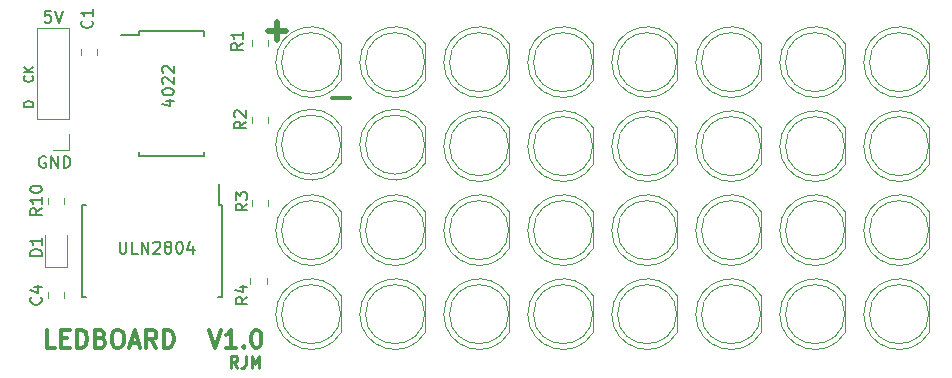
<source format=gbr>
G04 #@! TF.GenerationSoftware,KiCad,Pcbnew,5.0.2+dfsg1-1*
G04 #@! TF.CreationDate,2019-01-13T01:33:18+00:00*
G04 #@! TF.ProjectId,led_matrix_v1,6c65645f-6d61-4747-9269-785f76312e6b,rev?*
G04 #@! TF.SameCoordinates,Original*
G04 #@! TF.FileFunction,Legend,Top*
G04 #@! TF.FilePolarity,Positive*
%FSLAX46Y46*%
G04 Gerber Fmt 4.6, Leading zero omitted, Abs format (unit mm)*
G04 Created by KiCad (PCBNEW 5.0.2+dfsg1-1) date Sun 13 Jan 2019 01:33:18 GMT*
%MOMM*%
%LPD*%
G01*
G04 APERTURE LIST*
%ADD10C,0.250000*%
%ADD11C,0.300000*%
%ADD12C,0.200000*%
%ADD13C,0.120000*%
%ADD14C,0.150000*%
%ADD15C,0.500000*%
G04 APERTURE END LIST*
D10*
X134739142Y-113482380D02*
X134405809Y-113006190D01*
X134167714Y-113482380D02*
X134167714Y-112482380D01*
X134548666Y-112482380D01*
X134643904Y-112530000D01*
X134691523Y-112577619D01*
X134739142Y-112672857D01*
X134739142Y-112815714D01*
X134691523Y-112910952D01*
X134643904Y-112958571D01*
X134548666Y-113006190D01*
X134167714Y-113006190D01*
X135453428Y-112482380D02*
X135453428Y-113196666D01*
X135405809Y-113339523D01*
X135310571Y-113434761D01*
X135167714Y-113482380D01*
X135072476Y-113482380D01*
X135929619Y-113482380D02*
X135929619Y-112482380D01*
X136262952Y-113196666D01*
X136596285Y-112482380D01*
X136596285Y-113482380D01*
D11*
X132334285Y-110303571D02*
X132834285Y-111803571D01*
X133334285Y-110303571D01*
X134620000Y-111803571D02*
X133762857Y-111803571D01*
X134191428Y-111803571D02*
X134191428Y-110303571D01*
X134048571Y-110517857D01*
X133905714Y-110660714D01*
X133762857Y-110732142D01*
X135262857Y-111660714D02*
X135334285Y-111732142D01*
X135262857Y-111803571D01*
X135191428Y-111732142D01*
X135262857Y-111660714D01*
X135262857Y-111803571D01*
X136262857Y-110303571D02*
X136405714Y-110303571D01*
X136548571Y-110375000D01*
X136620000Y-110446428D01*
X136691428Y-110589285D01*
X136762857Y-110875000D01*
X136762857Y-111232142D01*
X136691428Y-111517857D01*
X136620000Y-111660714D01*
X136548571Y-111732142D01*
X136405714Y-111803571D01*
X136262857Y-111803571D01*
X136120000Y-111732142D01*
X136048571Y-111660714D01*
X135977142Y-111517857D01*
X135905714Y-111232142D01*
X135905714Y-110875000D01*
X135977142Y-110589285D01*
X136048571Y-110446428D01*
X136120000Y-110375000D01*
X136262857Y-110303571D01*
X119309142Y-111803571D02*
X118594857Y-111803571D01*
X118594857Y-110303571D01*
X119809142Y-111017857D02*
X120309142Y-111017857D01*
X120523428Y-111803571D02*
X119809142Y-111803571D01*
X119809142Y-110303571D01*
X120523428Y-110303571D01*
X121166285Y-111803571D02*
X121166285Y-110303571D01*
X121523428Y-110303571D01*
X121737714Y-110375000D01*
X121880571Y-110517857D01*
X121952000Y-110660714D01*
X122023428Y-110946428D01*
X122023428Y-111160714D01*
X121952000Y-111446428D01*
X121880571Y-111589285D01*
X121737714Y-111732142D01*
X121523428Y-111803571D01*
X121166285Y-111803571D01*
X123166285Y-111017857D02*
X123380571Y-111089285D01*
X123452000Y-111160714D01*
X123523428Y-111303571D01*
X123523428Y-111517857D01*
X123452000Y-111660714D01*
X123380571Y-111732142D01*
X123237714Y-111803571D01*
X122666285Y-111803571D01*
X122666285Y-110303571D01*
X123166285Y-110303571D01*
X123309142Y-110375000D01*
X123380571Y-110446428D01*
X123452000Y-110589285D01*
X123452000Y-110732142D01*
X123380571Y-110875000D01*
X123309142Y-110946428D01*
X123166285Y-111017857D01*
X122666285Y-111017857D01*
X124452000Y-110303571D02*
X124737714Y-110303571D01*
X124880571Y-110375000D01*
X125023428Y-110517857D01*
X125094857Y-110803571D01*
X125094857Y-111303571D01*
X125023428Y-111589285D01*
X124880571Y-111732142D01*
X124737714Y-111803571D01*
X124452000Y-111803571D01*
X124309142Y-111732142D01*
X124166285Y-111589285D01*
X124094857Y-111303571D01*
X124094857Y-110803571D01*
X124166285Y-110517857D01*
X124309142Y-110375000D01*
X124452000Y-110303571D01*
X125666285Y-111375000D02*
X126380571Y-111375000D01*
X125523428Y-111803571D02*
X126023428Y-110303571D01*
X126523428Y-111803571D01*
X127880571Y-111803571D02*
X127380571Y-111089285D01*
X127023428Y-111803571D02*
X127023428Y-110303571D01*
X127594857Y-110303571D01*
X127737714Y-110375000D01*
X127809142Y-110446428D01*
X127880571Y-110589285D01*
X127880571Y-110803571D01*
X127809142Y-110946428D01*
X127737714Y-111017857D01*
X127594857Y-111089285D01*
X127023428Y-111089285D01*
X128523428Y-111803571D02*
X128523428Y-110303571D01*
X128880571Y-110303571D01*
X129094857Y-110375000D01*
X129237714Y-110517857D01*
X129309142Y-110660714D01*
X129380571Y-110946428D01*
X129380571Y-111160714D01*
X129309142Y-111446428D01*
X129237714Y-111589285D01*
X129094857Y-111732142D01*
X128880571Y-111803571D01*
X128523428Y-111803571D01*
D12*
X117379714Y-88798380D02*
X117417809Y-88836476D01*
X117455904Y-88950761D01*
X117455904Y-89026952D01*
X117417809Y-89141238D01*
X117341619Y-89217428D01*
X117265428Y-89255523D01*
X117113047Y-89293619D01*
X116998761Y-89293619D01*
X116846380Y-89255523D01*
X116770190Y-89217428D01*
X116694000Y-89141238D01*
X116655904Y-89026952D01*
X116655904Y-88950761D01*
X116694000Y-88836476D01*
X116732095Y-88798380D01*
X117455904Y-88455523D02*
X116655904Y-88455523D01*
X117455904Y-87998380D02*
X116998761Y-88341238D01*
X116655904Y-87998380D02*
X117113047Y-88455523D01*
X117455904Y-91395523D02*
X116655904Y-91395523D01*
X116655904Y-91205047D01*
X116694000Y-91090761D01*
X116770190Y-91014571D01*
X116846380Y-90976476D01*
X116998761Y-90938380D01*
X117113047Y-90938380D01*
X117265428Y-90976476D01*
X117341619Y-91014571D01*
X117417809Y-91090761D01*
X117455904Y-91205047D01*
X117455904Y-91395523D01*
X118935523Y-83272380D02*
X118459333Y-83272380D01*
X118411714Y-83748571D01*
X118459333Y-83700952D01*
X118554571Y-83653333D01*
X118792666Y-83653333D01*
X118887904Y-83700952D01*
X118935523Y-83748571D01*
X118983142Y-83843809D01*
X118983142Y-84081904D01*
X118935523Y-84177142D01*
X118887904Y-84224761D01*
X118792666Y-84272380D01*
X118554571Y-84272380D01*
X118459333Y-84224761D01*
X118411714Y-84177142D01*
X119268857Y-83272380D02*
X119602190Y-84272380D01*
X119935523Y-83272380D01*
X118491095Y-95639000D02*
X118395857Y-95591380D01*
X118253000Y-95591380D01*
X118110142Y-95639000D01*
X118014904Y-95734238D01*
X117967285Y-95829476D01*
X117919666Y-96019952D01*
X117919666Y-96162809D01*
X117967285Y-96353285D01*
X118014904Y-96448523D01*
X118110142Y-96543761D01*
X118253000Y-96591380D01*
X118348238Y-96591380D01*
X118491095Y-96543761D01*
X118538714Y-96496142D01*
X118538714Y-96162809D01*
X118348238Y-96162809D01*
X118967285Y-96591380D02*
X118967285Y-95591380D01*
X119538714Y-96591380D01*
X119538714Y-95591380D01*
X120014904Y-96591380D02*
X120014904Y-95591380D01*
X120253000Y-95591380D01*
X120395857Y-95639000D01*
X120491095Y-95734238D01*
X120538714Y-95829476D01*
X120586333Y-96019952D01*
X120586333Y-96162809D01*
X120538714Y-96353285D01*
X120491095Y-96448523D01*
X120395857Y-96543761D01*
X120253000Y-96591380D01*
X120014904Y-96591380D01*
D13*
G04 #@! TO.C,D11*
X152204000Y-108965538D02*
G75*
G03X157754000Y-110510830I2990000J-462D01*
G01*
X152204000Y-108966462D02*
G75*
G02X157754000Y-107421170I2990000J462D01*
G01*
X157694000Y-108966000D02*
G75*
G03X157694000Y-108966000I-2500000J0D01*
G01*
X157754000Y-110511000D02*
X157754000Y-107421000D01*
G04 #@! TO.C,D7*
X150642000Y-110511000D02*
X150642000Y-107421000D01*
X150582000Y-108966000D02*
G75*
G03X150582000Y-108966000I-2500000J0D01*
G01*
X145092000Y-108966462D02*
G75*
G02X150642000Y-107421170I2990000J462D01*
G01*
X145092000Y-108965538D02*
G75*
G03X150642000Y-110510830I2990000J-462D01*
G01*
G04 #@! TO.C,D2*
X143530000Y-96160000D02*
X143530000Y-93070000D01*
X143470000Y-94615000D02*
G75*
G03X143470000Y-94615000I-2500000J0D01*
G01*
X137980000Y-94615462D02*
G75*
G02X143530000Y-93070170I2990000J462D01*
G01*
X137980000Y-94614538D02*
G75*
G03X143530000Y-96159830I2990000J-462D01*
G01*
G04 #@! TO.C,D10*
X157754000Y-96287000D02*
X157754000Y-93197000D01*
X157694000Y-94742000D02*
G75*
G03X157694000Y-94742000I-2500000J0D01*
G01*
X152204000Y-94742462D02*
G75*
G02X157754000Y-93197170I2990000J462D01*
G01*
X152204000Y-94741538D02*
G75*
G03X157754000Y-96286830I2990000J-462D01*
G01*
D14*
G04 #@! TO.C,4022*
X126390000Y-85022000D02*
X126390000Y-85297000D01*
X131940000Y-85022000D02*
X131940000Y-85377000D01*
X131940000Y-95572000D02*
X131940000Y-95217000D01*
X126390000Y-95572000D02*
X126390000Y-95217000D01*
X126390000Y-85022000D02*
X131940000Y-85022000D01*
X126390000Y-95572000D02*
X131940000Y-95572000D01*
X126390000Y-85297000D02*
X124865000Y-85297000D01*
D13*
G04 #@! TO.C,C1*
X121464000Y-86482422D02*
X121464000Y-86999578D01*
X122884000Y-86482422D02*
X122884000Y-86999578D01*
G04 #@! TO.C,C4*
X118670000Y-107622078D02*
X118670000Y-107104922D01*
X120090000Y-107622078D02*
X120090000Y-107104922D01*
G04 #@! TO.C,D1*
X118420000Y-102299500D02*
X118420000Y-104984500D01*
X118420000Y-104984500D02*
X120340000Y-104984500D01*
X120340000Y-104984500D02*
X120340000Y-102299500D01*
G04 #@! TO.C,D3*
X137980000Y-108965538D02*
G75*
G03X143530000Y-110510830I2990000J-462D01*
G01*
X137980000Y-108966462D02*
G75*
G02X143530000Y-107421170I2990000J462D01*
G01*
X143470000Y-108966000D02*
G75*
G03X143470000Y-108966000I-2500000J0D01*
G01*
X143530000Y-110511000D02*
X143530000Y-107421000D01*
G04 #@! TO.C,*
X143530000Y-89175000D02*
X143530000Y-86085000D01*
X143470000Y-87630000D02*
G75*
G03X143470000Y-87630000I-2500000J0D01*
G01*
X137980000Y-87630462D02*
G75*
G02X143530000Y-86085170I2990000J462D01*
G01*
X137980000Y-87629538D02*
G75*
G03X143530000Y-89174830I2990000J-462D01*
G01*
G04 #@! TO.C,+*
X137980000Y-101853538D02*
G75*
G03X143530000Y-103398830I2990000J-462D01*
G01*
X137980000Y-101854462D02*
G75*
G02X143530000Y-100309170I2990000J462D01*
G01*
X143470000Y-101854000D02*
G75*
G03X143470000Y-101854000I-2500000J0D01*
G01*
X143530000Y-103399000D02*
X143530000Y-100309000D01*
G04 #@! TO.C,D6*
X145092000Y-94614538D02*
G75*
G03X150642000Y-96159830I2990000J-462D01*
G01*
X145092000Y-94615462D02*
G75*
G02X150642000Y-93070170I2990000J462D01*
G01*
X150582000Y-94615000D02*
G75*
G03X150582000Y-94615000I-2500000J0D01*
G01*
X150642000Y-96160000D02*
X150642000Y-93070000D01*
G04 #@! TO.C,D8*
X145092000Y-87629538D02*
G75*
G03X150642000Y-89174830I2990000J-462D01*
G01*
X145092000Y-87630462D02*
G75*
G02X150642000Y-86085170I2990000J462D01*
G01*
X150582000Y-87630000D02*
G75*
G03X150582000Y-87630000I-2500000J0D01*
G01*
X150642000Y-89175000D02*
X150642000Y-86085000D01*
G04 #@! TO.C,+*
X145092000Y-101853538D02*
G75*
G03X150642000Y-103398830I2990000J-462D01*
G01*
X145092000Y-101854462D02*
G75*
G02X150642000Y-100309170I2990000J462D01*
G01*
X150582000Y-101854000D02*
G75*
G03X150582000Y-101854000I-2500000J0D01*
G01*
X150642000Y-103399000D02*
X150642000Y-100309000D01*
G04 #@! TO.C,D12*
X157754000Y-89175000D02*
X157754000Y-86085000D01*
X157694000Y-87630000D02*
G75*
G03X157694000Y-87630000I-2500000J0D01*
G01*
X152204000Y-87630462D02*
G75*
G02X157754000Y-86085170I2990000J462D01*
G01*
X152204000Y-87629538D02*
G75*
G03X157754000Y-89174830I2990000J-462D01*
G01*
G04 #@! TO.C,D13*
X157754000Y-103399000D02*
X157754000Y-100309000D01*
X157694000Y-101854000D02*
G75*
G03X157694000Y-101854000I-2500000J0D01*
G01*
X152204000Y-101854462D02*
G75*
G02X157754000Y-100309170I2990000J462D01*
G01*
X152204000Y-101853538D02*
G75*
G03X157754000Y-103398830I2990000J-462D01*
G01*
G04 #@! TO.C,-*
X159316000Y-94741538D02*
G75*
G03X164866000Y-96286830I2990000J-462D01*
G01*
X159316000Y-94742462D02*
G75*
G02X164866000Y-93197170I2990000J462D01*
G01*
X164806000Y-94742000D02*
G75*
G03X164806000Y-94742000I-2500000J0D01*
G01*
X164866000Y-96287000D02*
X164866000Y-93197000D01*
G04 #@! TO.C,D15*
X164866000Y-110511000D02*
X164866000Y-107421000D01*
X164806000Y-108966000D02*
G75*
G03X164806000Y-108966000I-2500000J0D01*
G01*
X159316000Y-108966462D02*
G75*
G02X164866000Y-107421170I2990000J462D01*
G01*
X159316000Y-108965538D02*
G75*
G03X164866000Y-110510830I2990000J-462D01*
G01*
G04 #@! TO.C,D16*
X159316000Y-87629538D02*
G75*
G03X164866000Y-89174830I2990000J-462D01*
G01*
X159316000Y-87630462D02*
G75*
G02X164866000Y-86085170I2990000J462D01*
G01*
X164806000Y-87630000D02*
G75*
G03X164806000Y-87630000I-2500000J0D01*
G01*
X164866000Y-89175000D02*
X164866000Y-86085000D01*
G04 #@! TO.C,D17*
X164866000Y-103399000D02*
X164866000Y-100309000D01*
X164806000Y-101854000D02*
G75*
G03X164806000Y-101854000I-2500000J0D01*
G01*
X159316000Y-101854462D02*
G75*
G02X164866000Y-100309170I2990000J462D01*
G01*
X159316000Y-101853538D02*
G75*
G03X164866000Y-103398830I2990000J-462D01*
G01*
G04 #@! TO.C,D18*
X171978000Y-96287000D02*
X171978000Y-93197000D01*
X171918000Y-94742000D02*
G75*
G03X171918000Y-94742000I-2500000J0D01*
G01*
X166428000Y-94742462D02*
G75*
G02X171978000Y-93197170I2990000J462D01*
G01*
X166428000Y-94741538D02*
G75*
G03X171978000Y-96286830I2990000J-462D01*
G01*
G04 #@! TO.C,D19*
X166428000Y-108965538D02*
G75*
G03X171978000Y-110510830I2990000J-462D01*
G01*
X166428000Y-108966462D02*
G75*
G02X171978000Y-107421170I2990000J462D01*
G01*
X171918000Y-108966000D02*
G75*
G03X171918000Y-108966000I-2500000J0D01*
G01*
X171978000Y-110511000D02*
X171978000Y-107421000D01*
G04 #@! TO.C,D20*
X171978000Y-89175000D02*
X171978000Y-86085000D01*
X171918000Y-87630000D02*
G75*
G03X171918000Y-87630000I-2500000J0D01*
G01*
X166428000Y-87630462D02*
G75*
G02X171978000Y-86085170I2990000J462D01*
G01*
X166428000Y-87629538D02*
G75*
G03X171978000Y-89174830I2990000J-462D01*
G01*
G04 #@! TO.C,D21*
X166428000Y-101853538D02*
G75*
G03X171978000Y-103398830I2990000J-462D01*
G01*
X166428000Y-101854462D02*
G75*
G02X171978000Y-100309170I2990000J462D01*
G01*
X171918000Y-101854000D02*
G75*
G03X171918000Y-101854000I-2500000J0D01*
G01*
X171978000Y-103399000D02*
X171978000Y-100309000D01*
G04 #@! TO.C,D22*
X173540000Y-94741538D02*
G75*
G03X179090000Y-96286830I2990000J-462D01*
G01*
X173540000Y-94742462D02*
G75*
G02X179090000Y-93197170I2990000J462D01*
G01*
X179030000Y-94742000D02*
G75*
G03X179030000Y-94742000I-2500000J0D01*
G01*
X179090000Y-96287000D02*
X179090000Y-93197000D01*
G04 #@! TO.C,D23*
X179090000Y-110511000D02*
X179090000Y-107421000D01*
X179030000Y-108966000D02*
G75*
G03X179030000Y-108966000I-2500000J0D01*
G01*
X173540000Y-108966462D02*
G75*
G02X179090000Y-107421170I2990000J462D01*
G01*
X173540000Y-108965538D02*
G75*
G03X179090000Y-110510830I2990000J-462D01*
G01*
G04 #@! TO.C,D24*
X173540000Y-87629538D02*
G75*
G03X179090000Y-89174830I2990000J-462D01*
G01*
X173540000Y-87630462D02*
G75*
G02X179090000Y-86085170I2990000J462D01*
G01*
X179030000Y-87630000D02*
G75*
G03X179030000Y-87630000I-2500000J0D01*
G01*
X179090000Y-89175000D02*
X179090000Y-86085000D01*
G04 #@! TO.C,D25*
X179090000Y-103399000D02*
X179090000Y-100309000D01*
X179030000Y-101854000D02*
G75*
G03X179030000Y-101854000I-2500000J0D01*
G01*
X173540000Y-101854462D02*
G75*
G02X179090000Y-100309170I2990000J462D01*
G01*
X173540000Y-101853538D02*
G75*
G03X179090000Y-103398830I2990000J-462D01*
G01*
G04 #@! TO.C,D26*
X186202000Y-96287000D02*
X186202000Y-93197000D01*
X186142000Y-94742000D02*
G75*
G03X186142000Y-94742000I-2500000J0D01*
G01*
X180652000Y-94742462D02*
G75*
G02X186202000Y-93197170I2990000J462D01*
G01*
X180652000Y-94741538D02*
G75*
G03X186202000Y-96286830I2990000J-462D01*
G01*
G04 #@! TO.C,D27*
X180652000Y-108965538D02*
G75*
G03X186202000Y-110510830I2990000J-462D01*
G01*
X180652000Y-108966462D02*
G75*
G02X186202000Y-107421170I2990000J462D01*
G01*
X186142000Y-108966000D02*
G75*
G03X186142000Y-108966000I-2500000J0D01*
G01*
X186202000Y-110511000D02*
X186202000Y-107421000D01*
G04 #@! TO.C,D28*
X186202000Y-89175000D02*
X186202000Y-86085000D01*
X186142000Y-87630000D02*
G75*
G03X186142000Y-87630000I-2500000J0D01*
G01*
X180652000Y-87630462D02*
G75*
G02X186202000Y-86085170I2990000J462D01*
G01*
X180652000Y-87629538D02*
G75*
G03X186202000Y-89174830I2990000J-462D01*
G01*
G04 #@! TO.C,D29*
X180652000Y-101853538D02*
G75*
G03X186202000Y-103398830I2990000J-462D01*
G01*
X180652000Y-101854462D02*
G75*
G02X186202000Y-100309170I2990000J462D01*
G01*
X186142000Y-101854000D02*
G75*
G03X186142000Y-101854000I-2500000J0D01*
G01*
X186202000Y-103399000D02*
X186202000Y-100309000D01*
G04 #@! TO.C,D30*
X187764000Y-94741538D02*
G75*
G03X193314000Y-96286830I2990000J-462D01*
G01*
X187764000Y-94742462D02*
G75*
G02X193314000Y-93197170I2990000J462D01*
G01*
X193254000Y-94742000D02*
G75*
G03X193254000Y-94742000I-2500000J0D01*
G01*
X193314000Y-96287000D02*
X193314000Y-93197000D01*
G04 #@! TO.C,D31*
X193314000Y-110511000D02*
X193314000Y-107421000D01*
X193254000Y-108966000D02*
G75*
G03X193254000Y-108966000I-2500000J0D01*
G01*
X187764000Y-108966462D02*
G75*
G02X193314000Y-107421170I2990000J462D01*
G01*
X187764000Y-108965538D02*
G75*
G03X193314000Y-110510830I2990000J-462D01*
G01*
G04 #@! TO.C,D32*
X187764000Y-87629538D02*
G75*
G03X193314000Y-89174830I2990000J-462D01*
G01*
X187764000Y-87630462D02*
G75*
G02X193314000Y-86085170I2990000J462D01*
G01*
X193254000Y-87630000D02*
G75*
G03X193254000Y-87630000I-2500000J0D01*
G01*
X193314000Y-89175000D02*
X193314000Y-86085000D01*
G04 #@! TO.C,D33*
X193314000Y-103399000D02*
X193314000Y-100309000D01*
X193254000Y-101854000D02*
G75*
G03X193254000Y-101854000I-2500000J0D01*
G01*
X187764000Y-101854462D02*
G75*
G02X193314000Y-100309170I2990000J462D01*
G01*
X187764000Y-101853538D02*
G75*
G03X193314000Y-103398830I2990000J-462D01*
G01*
G04 #@! TO.C,J1*
X120456000Y-84776000D02*
X117796000Y-84776000D01*
X120456000Y-92456000D02*
X120456000Y-84776000D01*
X117796000Y-92456000D02*
X117796000Y-84776000D01*
X120456000Y-92456000D02*
X117796000Y-92456000D01*
X120456000Y-93726000D02*
X120456000Y-95056000D01*
X120456000Y-95056000D02*
X119126000Y-95056000D01*
G04 #@! TO.C,R1*
X135942000Y-85768922D02*
X135942000Y-86286078D01*
X137362000Y-85768922D02*
X137362000Y-86286078D01*
G04 #@! TO.C,R4*
X137235000Y-106382078D02*
X137235000Y-105864922D01*
X135815000Y-106382078D02*
X135815000Y-105864922D01*
G04 #@! TO.C,R2*
X135942000Y-92763078D02*
X135942000Y-92245922D01*
X137362000Y-92763078D02*
X137362000Y-92245922D01*
G04 #@! TO.C,R3*
X135942000Y-99309422D02*
X135942000Y-99826578D01*
X137362000Y-99309422D02*
X137362000Y-99826578D01*
G04 #@! TO.C,R10*
X120090000Y-99103922D02*
X120090000Y-99621078D01*
X118670000Y-99103922D02*
X118670000Y-99621078D01*
D14*
G04 #@! TO.C,ULN2804*
X133458000Y-99757000D02*
X133208000Y-99757000D01*
X133458000Y-107507000D02*
X133113000Y-107507000D01*
X121558000Y-107507000D02*
X121903000Y-107507000D01*
X121558000Y-99757000D02*
X121903000Y-99757000D01*
X133458000Y-99757000D02*
X133458000Y-107507000D01*
X121558000Y-99757000D02*
X121558000Y-107507000D01*
X133208000Y-99757000D02*
X133208000Y-97932000D01*
G04 #@! TO.C,4022*
X128690714Y-90900095D02*
X129357380Y-90900095D01*
X128309761Y-91138190D02*
X129024047Y-91376285D01*
X129024047Y-90757238D01*
X128357380Y-90185809D02*
X128357380Y-90090571D01*
X128405000Y-89995333D01*
X128452619Y-89947714D01*
X128547857Y-89900095D01*
X128738333Y-89852476D01*
X128976428Y-89852476D01*
X129166904Y-89900095D01*
X129262142Y-89947714D01*
X129309761Y-89995333D01*
X129357380Y-90090571D01*
X129357380Y-90185809D01*
X129309761Y-90281047D01*
X129262142Y-90328666D01*
X129166904Y-90376285D01*
X128976428Y-90423904D01*
X128738333Y-90423904D01*
X128547857Y-90376285D01*
X128452619Y-90328666D01*
X128405000Y-90281047D01*
X128357380Y-90185809D01*
X128452619Y-89471523D02*
X128405000Y-89423904D01*
X128357380Y-89328666D01*
X128357380Y-89090571D01*
X128405000Y-88995333D01*
X128452619Y-88947714D01*
X128547857Y-88900095D01*
X128643095Y-88900095D01*
X128785952Y-88947714D01*
X129357380Y-89519142D01*
X129357380Y-88900095D01*
X128452619Y-88519142D02*
X128405000Y-88471523D01*
X128357380Y-88376285D01*
X128357380Y-88138190D01*
X128405000Y-88042952D01*
X128452619Y-87995333D01*
X128547857Y-87947714D01*
X128643095Y-87947714D01*
X128785952Y-87995333D01*
X129357380Y-88566761D01*
X129357380Y-87947714D01*
G04 #@! TO.C,C1*
X122404142Y-84113666D02*
X122451761Y-84161285D01*
X122499380Y-84304142D01*
X122499380Y-84399380D01*
X122451761Y-84542238D01*
X122356523Y-84637476D01*
X122261285Y-84685095D01*
X122070809Y-84732714D01*
X121927952Y-84732714D01*
X121737476Y-84685095D01*
X121642238Y-84637476D01*
X121547000Y-84542238D01*
X121499380Y-84399380D01*
X121499380Y-84304142D01*
X121547000Y-84161285D01*
X121594619Y-84113666D01*
X122499380Y-83161285D02*
X122499380Y-83732714D01*
X122499380Y-83447000D02*
X121499380Y-83447000D01*
X121642238Y-83542238D01*
X121737476Y-83637476D01*
X121785095Y-83732714D01*
G04 #@! TO.C,C4*
X118087142Y-107530166D02*
X118134761Y-107577785D01*
X118182380Y-107720642D01*
X118182380Y-107815880D01*
X118134761Y-107958738D01*
X118039523Y-108053976D01*
X117944285Y-108101595D01*
X117753809Y-108149214D01*
X117610952Y-108149214D01*
X117420476Y-108101595D01*
X117325238Y-108053976D01*
X117230000Y-107958738D01*
X117182380Y-107815880D01*
X117182380Y-107720642D01*
X117230000Y-107577785D01*
X117277619Y-107530166D01*
X117515714Y-106673023D02*
X118182380Y-106673023D01*
X117134761Y-106911119D02*
X117849047Y-107149214D01*
X117849047Y-106530166D01*
G04 #@! TO.C,D1*
X118182380Y-104037595D02*
X117182380Y-104037595D01*
X117182380Y-103799500D01*
X117230000Y-103656642D01*
X117325238Y-103561404D01*
X117420476Y-103513785D01*
X117610952Y-103466166D01*
X117753809Y-103466166D01*
X117944285Y-103513785D01*
X118039523Y-103561404D01*
X118134761Y-103656642D01*
X118182380Y-103799500D01*
X118182380Y-104037595D01*
X118182380Y-102513785D02*
X118182380Y-103085214D01*
X118182380Y-102799500D02*
X117182380Y-102799500D01*
X117325238Y-102894738D01*
X117420476Y-102989976D01*
X117468095Y-103085214D01*
G04 #@! TO.C,+*
D15*
X137287095Y-84978857D02*
X138810904Y-84978857D01*
X138049000Y-85740761D02*
X138049000Y-84216952D01*
G04 #@! TO.C,-*
D11*
X142748095Y-90693857D02*
X144271904Y-90693857D01*
G04 #@! TO.C,R1*
D14*
X135199380Y-86018666D02*
X134723190Y-86352000D01*
X135199380Y-86590095D02*
X134199380Y-86590095D01*
X134199380Y-86209142D01*
X134247000Y-86113904D01*
X134294619Y-86066285D01*
X134389857Y-86018666D01*
X134532714Y-86018666D01*
X134627952Y-86066285D01*
X134675571Y-86113904D01*
X134723190Y-86209142D01*
X134723190Y-86590095D01*
X135199380Y-85066285D02*
X135199380Y-85637714D01*
X135199380Y-85352000D02*
X134199380Y-85352000D01*
X134342238Y-85447238D01*
X134437476Y-85542476D01*
X134485095Y-85637714D01*
G04 #@! TO.C,R4*
X135580380Y-107511666D02*
X135104190Y-107845000D01*
X135580380Y-108083095D02*
X134580380Y-108083095D01*
X134580380Y-107702142D01*
X134628000Y-107606904D01*
X134675619Y-107559285D01*
X134770857Y-107511666D01*
X134913714Y-107511666D01*
X135008952Y-107559285D01*
X135056571Y-107606904D01*
X135104190Y-107702142D01*
X135104190Y-108083095D01*
X134913714Y-106654523D02*
X135580380Y-106654523D01*
X134532761Y-106892619D02*
X135247047Y-107130714D01*
X135247047Y-106511666D01*
G04 #@! TO.C,R2*
X135454380Y-92671166D02*
X134978190Y-93004500D01*
X135454380Y-93242595D02*
X134454380Y-93242595D01*
X134454380Y-92861642D01*
X134502000Y-92766404D01*
X134549619Y-92718785D01*
X134644857Y-92671166D01*
X134787714Y-92671166D01*
X134882952Y-92718785D01*
X134930571Y-92766404D01*
X134978190Y-92861642D01*
X134978190Y-93242595D01*
X134549619Y-92290214D02*
X134502000Y-92242595D01*
X134454380Y-92147357D01*
X134454380Y-91909261D01*
X134502000Y-91814023D01*
X134549619Y-91766404D01*
X134644857Y-91718785D01*
X134740095Y-91718785D01*
X134882952Y-91766404D01*
X135454380Y-92337833D01*
X135454380Y-91718785D01*
G04 #@! TO.C,R3*
X135580380Y-99607666D02*
X135104190Y-99941000D01*
X135580380Y-100179095D02*
X134580380Y-100179095D01*
X134580380Y-99798142D01*
X134628000Y-99702904D01*
X134675619Y-99655285D01*
X134770857Y-99607666D01*
X134913714Y-99607666D01*
X135008952Y-99655285D01*
X135056571Y-99702904D01*
X135104190Y-99798142D01*
X135104190Y-100179095D01*
X134580380Y-99274333D02*
X134580380Y-98655285D01*
X134961333Y-98988619D01*
X134961333Y-98845761D01*
X135008952Y-98750523D01*
X135056571Y-98702904D01*
X135151809Y-98655285D01*
X135389904Y-98655285D01*
X135485142Y-98702904D01*
X135532761Y-98750523D01*
X135580380Y-98845761D01*
X135580380Y-99131476D01*
X135532761Y-99226714D01*
X135485142Y-99274333D01*
G04 #@! TO.C,R10*
X118181380Y-100005357D02*
X117705190Y-100338690D01*
X118181380Y-100576785D02*
X117181380Y-100576785D01*
X117181380Y-100195833D01*
X117229000Y-100100595D01*
X117276619Y-100052976D01*
X117371857Y-100005357D01*
X117514714Y-100005357D01*
X117609952Y-100052976D01*
X117657571Y-100100595D01*
X117705190Y-100195833D01*
X117705190Y-100576785D01*
X118181380Y-99052976D02*
X118181380Y-99624404D01*
X118181380Y-99338690D02*
X117181380Y-99338690D01*
X117324238Y-99433928D01*
X117419476Y-99529166D01*
X117467095Y-99624404D01*
X117181380Y-98433928D02*
X117181380Y-98338690D01*
X117229000Y-98243452D01*
X117276619Y-98195833D01*
X117371857Y-98148214D01*
X117562333Y-98100595D01*
X117800428Y-98100595D01*
X117990904Y-98148214D01*
X118086142Y-98195833D01*
X118133761Y-98243452D01*
X118181380Y-98338690D01*
X118181380Y-98433928D01*
X118133761Y-98529166D01*
X118086142Y-98576785D01*
X117990904Y-98624404D01*
X117800428Y-98672023D01*
X117562333Y-98672023D01*
X117371857Y-98624404D01*
X117276619Y-98576785D01*
X117229000Y-98529166D01*
X117181380Y-98433928D01*
G04 #@! TO.C,ULN2804*
X124769952Y-102830380D02*
X124769952Y-103639904D01*
X124817571Y-103735142D01*
X124865190Y-103782761D01*
X124960428Y-103830380D01*
X125150904Y-103830380D01*
X125246142Y-103782761D01*
X125293761Y-103735142D01*
X125341380Y-103639904D01*
X125341380Y-102830380D01*
X126293761Y-103830380D02*
X125817571Y-103830380D01*
X125817571Y-102830380D01*
X126627095Y-103830380D02*
X126627095Y-102830380D01*
X127198523Y-103830380D01*
X127198523Y-102830380D01*
X127627095Y-102925619D02*
X127674714Y-102878000D01*
X127769952Y-102830380D01*
X128008047Y-102830380D01*
X128103285Y-102878000D01*
X128150904Y-102925619D01*
X128198523Y-103020857D01*
X128198523Y-103116095D01*
X128150904Y-103258952D01*
X127579476Y-103830380D01*
X128198523Y-103830380D01*
X128769952Y-103258952D02*
X128674714Y-103211333D01*
X128627095Y-103163714D01*
X128579476Y-103068476D01*
X128579476Y-103020857D01*
X128627095Y-102925619D01*
X128674714Y-102878000D01*
X128769952Y-102830380D01*
X128960428Y-102830380D01*
X129055666Y-102878000D01*
X129103285Y-102925619D01*
X129150904Y-103020857D01*
X129150904Y-103068476D01*
X129103285Y-103163714D01*
X129055666Y-103211333D01*
X128960428Y-103258952D01*
X128769952Y-103258952D01*
X128674714Y-103306571D01*
X128627095Y-103354190D01*
X128579476Y-103449428D01*
X128579476Y-103639904D01*
X128627095Y-103735142D01*
X128674714Y-103782761D01*
X128769952Y-103830380D01*
X128960428Y-103830380D01*
X129055666Y-103782761D01*
X129103285Y-103735142D01*
X129150904Y-103639904D01*
X129150904Y-103449428D01*
X129103285Y-103354190D01*
X129055666Y-103306571D01*
X128960428Y-103258952D01*
X129769952Y-102830380D02*
X129865190Y-102830380D01*
X129960428Y-102878000D01*
X130008047Y-102925619D01*
X130055666Y-103020857D01*
X130103285Y-103211333D01*
X130103285Y-103449428D01*
X130055666Y-103639904D01*
X130008047Y-103735142D01*
X129960428Y-103782761D01*
X129865190Y-103830380D01*
X129769952Y-103830380D01*
X129674714Y-103782761D01*
X129627095Y-103735142D01*
X129579476Y-103639904D01*
X129531857Y-103449428D01*
X129531857Y-103211333D01*
X129579476Y-103020857D01*
X129627095Y-102925619D01*
X129674714Y-102878000D01*
X129769952Y-102830380D01*
X130960428Y-103163714D02*
X130960428Y-103830380D01*
X130722333Y-102782761D02*
X130484238Y-103497047D01*
X131103285Y-103497047D01*
G04 #@! TD*
M02*

</source>
